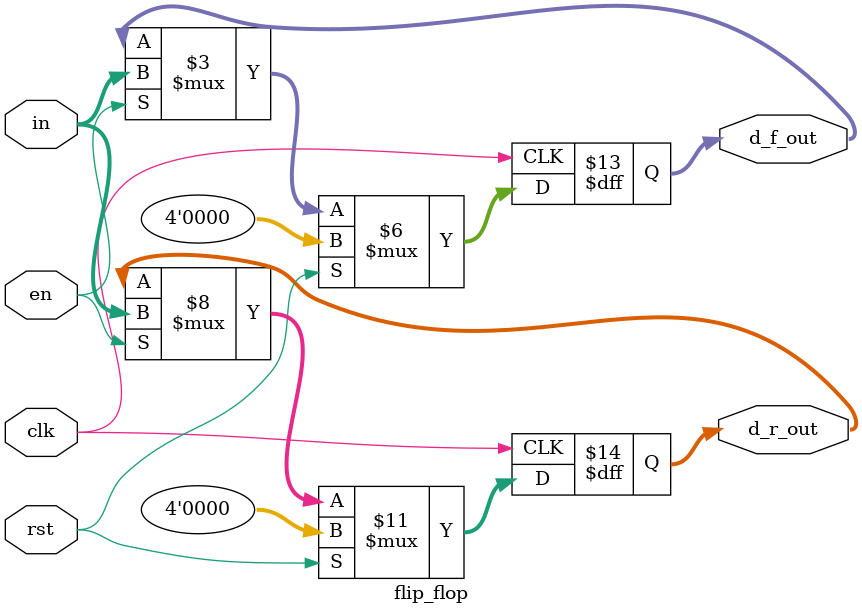
<source format=sv>
`include "package.svh"
module flip_flop (/*AUTOARG*/
   // Outputs
   d_r_out, d_f_out,
   // Inputs
   clk, rst, en, in
   );
   // Outputs
   output [3:0] d_r_out;
   output [3:0]	d_f_out;
   // Inputs
   input	clk;
   input	rst;
   input	en;
   input [3:0]	in;

   /*AUTOREG*/
   // Beginning of automatic regs (for this module's undeclared outputs)
   reg [3:0]		d_f_out;
   reg [3:0]		d_r_out;
   // End of automatics
   /*AUTOWIRE*/
   
   // rising edge
   always@(posedge clk)begin
      if(rst)
	d_r_out <= 1'b0;
      else
	if(en)
	  d_r_out <= in;
   end

   // falling edge
   always@(negedge clk)begin
      if(rst)
	d_f_out <= 1'b0;
      else
	if(en)
	  d_f_out <= in;
   end

endmodule // flip_flop
// Local Variables:
// Verilog-Library-Directories: (".")
// End:


</source>
